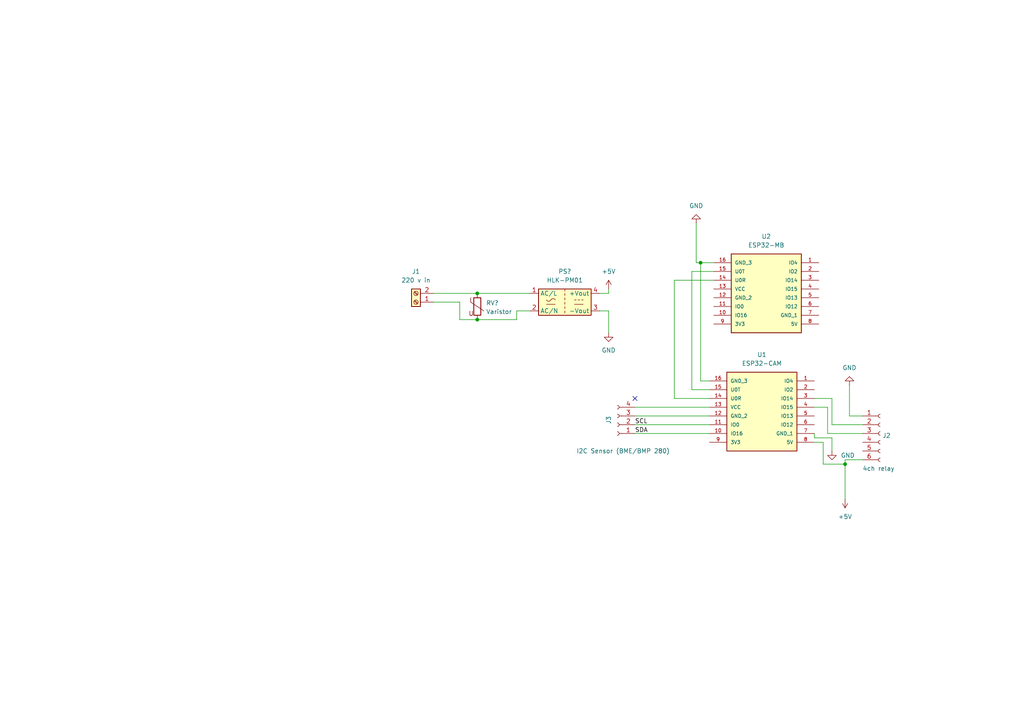
<source format=kicad_sch>
(kicad_sch (version 20211123) (generator eeschema)
  (paper "A4")
  (title_block (title "Libre Pollo") (date "2023-05-24") (rev "0.0") (company "Altermundi // INTI") (comment 1 "Authors: Javier Jorge, Pablo Bustos") (comment 2 "Licence: CERN OHLW 2.0 "))
  (lib_symbols
    (symbol "Conn_01x06_Female_1" (pin_names (offset 1.016) hide)
      (property "Reference" "J3" (at -0.6858 0.6096 90))
      (property "Value" "Conn_01x06_Female_1" (at 25.4 12.7 0))
      (symbol "Conn_01x06_Female_1_1_1"
        (arc (start 0 -2.032) (mid -0.508 -2.54) (end 0 -3.048) (stroke (width 0.1524)))
        (polyline (pts (xy -1.27 -2.54) (xy -0.508 -2.54)) (stroke (width 0.1524)))
        (polyline (pts (xy -1.27 0) (xy -0.508 0)) (stroke (width 0.1524)))
        (polyline (pts (xy -1.27 2.54) (xy -0.508 2.54)) (stroke (width 0.1524)))
        (polyline (pts (xy -1.27 5.08) (xy -0.508 5.08)) (stroke (width 0.1524)))
        (arc (start 0 0.508) (mid -0.508 0) (end 0 -0.508) (stroke (width 0.1524)))
        (arc (start 0 3.048) (mid -0.508 2.54) (end 0 2.032) (stroke (width 0.1524)))
        (arc (start 0 5.588) (mid -0.508 5.08) (end 0 4.572) (stroke (width 0.1524)))
        (pin passive line (at -5.08 5.08 0) (length 3.81) (name "Pin_1") (number "1"))
        (pin passive line (at -5.08 2.54 0) (length 3.81) (name "Pin_2") (number "2"))
        (pin passive line (at -5.08 0 0) (length 3.81) (name "Pin_3") (number "3"))
        (pin passive line (at -5.08 -2.54 0) (length 3.81) (name "Pin_4") (number "4"))
      )
    )
    (symbol "Connector:Conn_01x06_Female" (pin_names (offset 1.016) hide)
      (property "Reference" "J" (at 0 7.62 0))
      (property "Value" "Conn_01x06_Female" (at 0 -10.16 0))
      (symbol "Conn_01x06_Female_1_1"
        (arc (start 0 -7.112) (mid -0.508 -7.62) (end 0 -8.128) (stroke (width 0.1524)))
        (arc (start 0 -4.572) (mid -0.508 -5.08) (end 0 -5.588) (stroke (width 0.1524)))
        (arc (start 0 -2.032) (mid -0.508 -2.54) (end 0 -3.048) (stroke (width 0.1524)))
        (polyline (pts (xy -1.27 -7.62) (xy -0.508 -7.62)) (stroke (width 0.1524)))
        (polyline (pts (xy -1.27 -5.08) (xy -0.508 -5.08)) (stroke (width 0.1524)))
        (polyline (pts (xy -1.27 -2.54) (xy -0.508 -2.54)) (stroke (width 0.1524)))
        (polyline (pts (xy -1.27 0) (xy -0.508 0)) (stroke (width 0.1524)))
        (polyline (pts (xy -1.27 2.54) (xy -0.508 2.54)) (stroke (width 0.1524)))
        (polyline (pts (xy -1.27 5.08) (xy -0.508 5.08)) (stroke (width 0.1524)))
        (arc (start 0 0.508) (mid -0.508 0) (end 0 -0.508) (stroke (width 0.1524)))
        (arc (start 0 3.048) (mid -0.508 2.54) (end 0 2.032) (stroke (width 0.1524)))
        (arc (start 0 5.588) (mid -0.508 5.08) (end 0 4.572) (stroke (width 0.1524)))
        (pin passive line (at -5.08 5.08 0) (length 3.81) (name "Pin_1") (number "1"))
        (pin passive line (at -5.08 2.54 0) (length 3.81) (name "Pin_2") (number "2"))
        (pin passive line (at -5.08 0 0) (length 3.81) (name "Pin_3") (number "3"))
        (pin passive line (at -5.08 -2.54 0) (length 3.81) (name "Pin_4") (number "4"))
        (pin passive line (at -5.08 -5.08 0) (length 3.81) (name "Pin_5") (number "5"))
        (pin passive line (at -5.08 -7.62 0) (length 3.81) (name "Pin_6") (number "6"))
      )
    )
    (symbol "Connector:Screw_Terminal_01x02" (pin_names (offset 1.016) hide)
      (property "Reference" "J" (at 0 2.54 0))
      (property "Value" "Screw_Terminal_01x02" (at 0 -5.08 0))
      (symbol "Screw_Terminal_01x02_1_1"
        (rectangle (start -1.27 1.27) (end 1.27 -3.81) (stroke (width 0.254)) (fill (type background)))
        (circle (center 0 -2.54) (radius 0.635) (stroke (width 0.1524)))
        (polyline (pts (xy -0.5334 -2.2098) (xy 0.3302 -3.048)) (stroke (width 0.1524)))
        (polyline (pts (xy -0.5334 0.3302) (xy 0.3302 -0.508)) (stroke (width 0.1524)))
        (polyline (pts (xy -0.3556 -2.032) (xy 0.508 -2.8702)) (stroke (width 0.1524)))
        (polyline (pts (xy -0.3556 0.508) (xy 0.508 -0.3302)) (stroke (width 0.1524)))
        (circle (center 0 0) (radius 0.635) (stroke (width 0.1524)))
        (pin passive line (at -5.08 0 0) (length 3.81) (name "Pin_1") (number "1"))
        (pin passive line (at -5.08 -2.54 0) (length 3.81) (name "Pin_2") (number "2"))
      )
    )
    (symbol "Converter_ACDC:HLK-PM01"
      (property "Reference" "PS" (at 0 5.08 0))
      (property "Value" "HLK-PM01" (at 0 -5.08 0))
      (symbol "HLK-PM01_0_1"
        (rectangle (start -7.62 3.81) (end 7.62 -3.81) (stroke (width 0.254)) (fill (type background)))
        (arc (start -5.334 0.635) (mid -4.699 0.2495) (end -4.064 0.635))
        (arc (start -2.794 0.635) (mid -3.429 1.0072) (end -4.064 0.635))
        (polyline (pts (xy -5.334 -0.635) (xy -2.794 -0.635)))
        (polyline (pts (xy 0 -2.54) (xy 0 -3.175)))
        (polyline (pts (xy 0 -1.27) (xy 0 -1.905)))
        (polyline (pts (xy 0 0) (xy 0 -0.635)))
        (polyline (pts (xy 0 1.27) (xy 0 0.635)))
        (polyline (pts (xy 0 2.54) (xy 0 1.905)))
        (polyline (pts (xy 0 3.81) (xy 0 3.175)))
        (polyline (pts (xy 2.794 -0.635) (xy 5.334 -0.635)))
        (polyline (pts (xy 2.794 0.635) (xy 3.302 0.635)))
        (polyline (pts (xy 3.81 0.635) (xy 4.318 0.635)))
        (polyline (pts (xy 4.826 0.635) (xy 5.334 0.635)))
      )
      (symbol "HLK-PM01_1_1"
        (pin power_in line (at -10.16 2.54 0) (length 2.54) (name "AC/L") (number "1"))
        (pin power_in line (at -10.16 -2.54 0) (length 2.54) (name "AC/N") (number "2"))
        (pin power_out line (at 10.16 -2.54 180) (length 2.54) (name "-Vout") (number "3"))
        (pin power_out line (at 10.16 2.54 180) (length 2.54) (name "+Vout") (number "4"))
      )
    )
    (symbol "Device:Varistor" (pin_numbers hide) (pin_names (offset 0))
      (property "Reference" "RV" (at 3.175 0 90))
      (property "Value" "Varistor" (at -3.175 0 90))
      (symbol "Varistor_0_0"
        (text "U" (at -1.778 -2.032 0) (effects (font (size 1.27 1.27))))
      )
      (symbol "Varistor_0_1"
        (rectangle (start -1.016 -2.54) (end 1.016 2.54) (stroke (width 0.254)))
        (polyline (pts (xy -1.905 2.54) (xy -1.905 1.27) (xy 1.905 -1.27)))
      )
      (symbol "Varistor_1_1"
        (pin passive line (at 0 3.81 270) (length 1.27) (name "~") (number "1"))
        (pin passive line (at 0 -3.81 90) (length 1.27) (name "~") (number "2"))
      )
    )
    (symbol "ESP32-CAM:ESP32-CAM" (pin_names (offset 1.016))
      (property "Reference" "U" (at 26.67 7.62 0))
      (property "Value" "ESP32-CAM" (at 26.67 5.08 0))
      (symbol "ESP32-CAM_0_0"
        (rectangle (start 5.08 -20.32) (end 25.4 2.54) (stroke (width 0.254)) (fill (type background)))
        (pin bidirectional line (at 0 -17.78 0) (length 5.08) (name "IO4") (number "1"))
        (pin bidirectional line (at 30.48 -2.54 180) (length 5.08) (name "IO16") (number "10"))
        (pin bidirectional line (at 30.48 -5.08 180) (length 5.08) (name "IO0") (number "11"))
        (pin bidirectional line (at 30.48 -7.62 180) (length 5.08) (name "GND_2") (number "12"))
        (pin bidirectional line (at 30.48 -10.16 180) (length 5.08) (name "VCC") (number "13"))
        (pin bidirectional line (at 30.48 -12.7 180) (length 5.08) (name "U0R") (number "14"))
        (pin bidirectional line (at 30.48 -15.24 180) (length 5.08) (name "U0T") (number "15"))
        (pin bidirectional line (at 30.48 -17.78 180) (length 5.08) (name "GND_3") (number "16"))
        (pin bidirectional line (at 0 -15.24 0) (length 5.08) (name "IO2") (number "2"))
        (pin bidirectional line (at 0 -12.7 0) (length 5.08) (name "IO14") (number "3"))
        (pin bidirectional line (at 0 -10.16 0) (length 5.08) (name "IO15") (number "4"))
        (pin bidirectional line (at 0 -7.62 0) (length 5.08) (name "IO13") (number "5"))
        (pin bidirectional line (at 0 -5.08 0) (length 5.08) (name "IO12") (number "6"))
        (pin bidirectional line (at 0 -2.54 0) (length 5.08) (name "GND_1") (number "7"))
        (pin bidirectional line (at 0 0 0) (length 5.08) (name "5V") (number "8"))
        (pin bidirectional line (at 30.48 0 180) (length 5.08) (name "3V3") (number "9"))
      )
    )
    (symbol "power:+5V" (power) (pin_names (offset 0))
      (property "Value" "+5V" (at 0 3.556 0))
      (symbol "+5V_0_1"
        (polyline (pts (xy -0.762 1.27) (xy 0 2.54)))
        (polyline (pts (xy 0 0) (xy 0 2.54)))
        (polyline (pts (xy 0 2.54) (xy 0.762 1.27)))
      )
      (symbol "+5V_1_1"
        (pin power_in line (at 0 0 90) (length 0) hide (name "+5V") (number "1"))
      )
    )
    (symbol "power:GND" (power) (pin_names (offset 0))
      (property "Value" "GND" (at 0 -3.81 0))
      (symbol "GND_0_1"
        (polyline (pts (xy 0 0) (xy 0 -1.27) (xy 1.27 -1.27) (xy 0 -2.54) (xy -1.27 -1.27) (xy 0 -1.27)))
      )
      (symbol "GND_1_1"
        (pin power_in line (at 0 0 270) (length 0) hide (name "GND") (number "1"))
      )
    )
  )
  (junction (at 203.2 76.2))
  (junction (at 138.43 92.71))
  (junction (at 138.43 85.09))
  (junction (at 245.11 134.62))
  (no_connect (at 184.15 115.57))
  (wire (pts (xy 240.03 118.11) (xy 236.22 118.11)))
  (wire (pts (xy 149.86 90.17) (xy 149.86 92.71)))
  (wire (pts (xy 241.3 130.81) (xy 241.3 127)))
  (wire (pts (xy 207.01 78.74) (xy 200.66 78.74)))
  (wire (pts (xy 203.2 110.49) (xy 205.74 110.49)))
  (wire (pts (xy 138.43 85.09) (xy 153.67 85.09)))
  (wire (pts (xy 240.03 125.73) (xy 240.03 118.11)))
  (wire (pts (xy 195.58 115.57) (xy 205.74 115.57)))
  (wire (pts (xy 201.93 76.2) (xy 203.2 76.2)))
  (wire (pts (xy 125.73 87.63) (xy 133.35 87.63)))
  (wire (pts (xy 200.66 113.03) (xy 205.74 113.03)))
  (wire (pts (xy 241.3 123.19) (xy 241.3 115.57)))
  (wire (pts (xy 149.86 92.71) (xy 138.43 92.71)))
  (wire (pts (xy 173.99 90.17) (xy 176.53 90.17)))
  (wire (pts (xy 125.73 85.09) (xy 138.43 85.09)))
  (wire (pts (xy 184.15 125.73) (xy 205.74 125.73)))
  (wire (pts (xy 207.01 76.2) (xy 203.2 76.2)))
  (wire (pts (xy 173.99 85.09) (xy 176.53 85.09)))
  (wire (pts (xy 133.35 87.63) (xy 133.35 92.71)))
  (wire (pts (xy 203.2 76.2) (xy 203.2 110.49)))
  (wire (pts (xy 245.11 144.78) (xy 245.11 134.62)))
  (wire (pts (xy 236.22 128.27) (xy 238.76 128.27)))
  (wire (pts (xy 250.19 123.19) (xy 241.3 123.19)))
  (wire (pts (xy 200.66 78.74) (xy 200.66 113.03)))
  (wire (pts (xy 236.22 127) (xy 236.22 125.73)))
  (wire (pts (xy 241.3 115.57) (xy 236.22 115.57)))
  (wire (pts (xy 184.15 123.19) (xy 205.74 123.19)))
  (wire (pts (xy 241.3 127) (xy 236.22 127)))
  (wire (pts (xy 246.38 111.76) (xy 246.38 120.65)))
  (wire (pts (xy 238.76 128.27) (xy 238.76 134.62)))
  (wire (pts (xy 245.11 133.35) (xy 245.11 134.62)))
  (wire (pts (xy 184.15 120.65) (xy 205.74 120.65)))
  (wire (pts (xy 176.53 90.17) (xy 176.53 96.52)))
  (wire (pts (xy 250.19 125.73) (xy 240.03 125.73)))
  (wire (pts (xy 245.11 133.35) (xy 250.19 133.35)))
  (wire (pts (xy 201.93 64.77) (xy 201.93 76.2)))
  (wire (pts (xy 246.38 120.65) (xy 250.19 120.65)))
  (wire (pts (xy 176.53 85.09) (xy 176.53 83.82)))
  (wire (pts (xy 153.67 90.17) (xy 149.86 90.17)))
  (wire (pts (xy 195.58 81.28) (xy 195.58 115.57)))
  (wire (pts (xy 184.15 118.11) (xy 205.74 118.11)))
  (wire (pts (xy 133.35 92.71) (xy 138.43 92.71)))
  (wire (pts (xy 207.01 81.28) (xy 195.58 81.28)))
  (wire (pts (xy 238.76 134.62) (xy 245.11 134.62)))
  (label "SDA" (at 184.15 125.73 0))
  (label "SCL" (at 184.15 123.19 0))
  (symbol (lib_name "Conn_01x06_Female_1") (lib_id "Connector:Conn_01x06_Female") (at 179.07 120.65 180) (unit 1)
    (property "Reference" "J3" (at 176.53 120.65 90) (effects (justify left)))
    (property "Value" "I2C Sensor (BME/BMP 280)" (at 194.31 130.81 0) (effects (justify left)))
    (property "Footprint" "TinySensor lib:BMx280_breakout" (effects hide))
  )
  (symbol (lib_id "power:+5V") (at 245.11 144.78 180) (unit 1)
    (property "Reference" "#PWR?" (effects hide))
    (property "Value" "+5V" (at 245.11 149.86 0))
  )
  (symbol (lib_id "power:+5V") (at 176.53 83.82 0) (unit 1)
    (property "Reference" "#PWR?" (effects hide))
    (property "Value" "+5V" (at 176.53 78.74 0))
  )
  (symbol (lib_id "power:GND") (at 176.53 96.52 0) (unit 1)
    (property "Reference" "#PWR?" (effects hide))
    (property "Value" "GND" (at 176.53 101.6 0))
  )
  (symbol (lib_id "power:GND") (at 201.93 64.77 180) (unit 1)
    (property "Reference" "#PWR?" (effects hide))
    (property "Value" "GND" (at 201.93 59.69 0))
  )
  (symbol (lib_id "Converter_ACDC:HLK-PM01") (at 163.83 87.63 0) (unit 1)
    (property "Reference" "PS?" (at 163.83 78.74 0))
    (property "Value" "HLK-PM01" (at 163.83 81.28 0))
    (property "Footprint" "Converter_ACDC:Converter_ACDC_HiLink_HLK-PMxx" (effects hide))
    (property "Datasheet" "http://www.hlktech.net/product_detail.php?ProId=54" (effects hide))
  )
  (symbol (lib_id "Connector:Screw_Terminal_01x02") (at 120.65 87.63 180) (unit 1)
    (property "Reference" "J1" (at 120.65 78.74 0))
    (property "Value" "220 v in" (at 120.65 81.28 0))
  )
  (symbol (lib_id "ESP32-CAM:ESP32-CAM") (at 237.49 93.98 180) (unit 1)
    (property "Reference" "U2" (at 222.25 68.58 0))
    (property "Value" "ESP32-MB" (at 222.25 71.12 0))
    (property "Footprint" "ESP32-CAM" (effects hide))
    (property "MANUFACTURER_NAME" "Ai-Thinker" (effects hide))
    (property "DESCRIPTION" "Modules PCBA Module RoHS" (effects hide))
    (property "HEIGHT" "5mm" (effects hide))
    (property "MANUFACTURER_PART_NUMBER" "ESP32-CAM" (effects hide))
  )
  (symbol (lib_id "Device:Varistor") (at 138.43 88.9 0) (unit 1)
    (property "Reference" "RV?" (at 140.97 87.8831 0) (effects (justify left)))
    (property "Value" "Varistor" (at 140.97 90.4231 0) (effects (justify left)))
  )
  (symbol (lib_id "power:GND") (at 246.38 111.76 180) (unit 1)
    (property "Reference" "#PWR?" (effects hide))
    (property "Value" "GND" (at 246.38 106.68 0))
  )
  (symbol (lib_id "power:GND") (at 241.3 130.81 0) (unit 1)
    (property "Reference" "#PWR?" (effects hide))
    (property "Value" "GND" (at 243.84 132.0799 0) (effects (justify left)))
  )
  (symbol (lib_id "ESP32-CAM:ESP32-CAM") (at 236.22 128.27 180) (unit 1)
    (property "Reference" "U1" (at 220.98 102.87 0))
    (property "Value" "ESP32-CAM" (at 220.98 105.41 0))
    (property "Footprint" "ESP32-CAM" (effects hide))
    (property "MANUFACTURER_NAME" "Ai-Thinker" (effects hide))
    (property "DESCRIPTION" "Modules PCBA Module RoHS" (effects hide))
    (property "HEIGHT" "5mm" (effects hide))
    (property "MANUFACTURER_PART_NUMBER" "ESP32-CAM" (effects hide))
  )
  (symbol (lib_id "Connector:Conn_01x06_Female") (at 255.27 125.73 0) (unit 1)
    (property "Reference" "J2" (at 255.9558 126.3396 0) (effects (justify left)))
    (property "Value" "4ch relay" (at 250.19 135.89 0) (effects (justify left)))
    (property "Footprint" "TinySensor lib:BMx280_breakout" (effects hide))
  )
)
</source>
